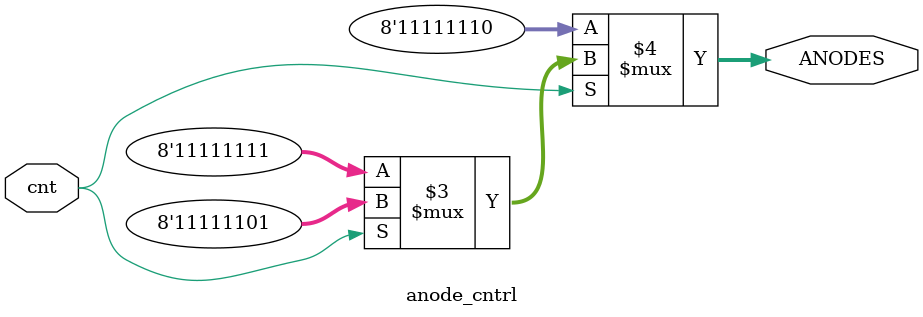
<source format=v>
`timescale 1ns / 1ps

module anode_cntrl(cnt, ANODES);

    input         cnt;
    output  [7:0] ANODES; 

    assign ANODES = (cnt == 1'b0) ? 8'b11111110:
                    (cnt == 1'b1) ? 8'b11111101:                   
                    8'b11111111;
endmodule

</source>
